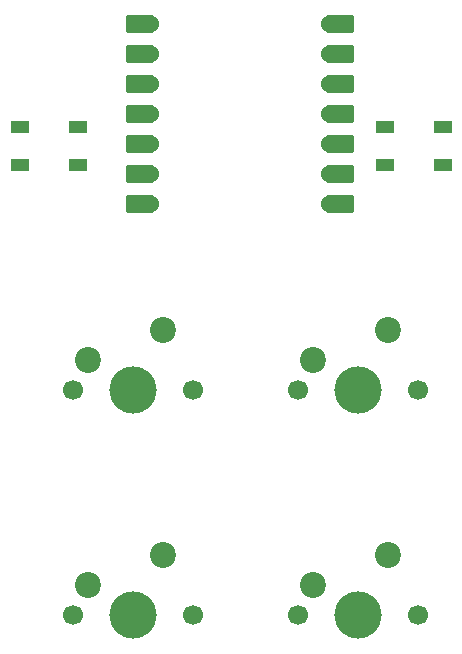
<source format=gbr>
%TF.GenerationSoftware,KiCad,Pcbnew,9.0.2*%
%TF.CreationDate,2025-06-25T23:30:19-04:00*%
%TF.ProjectId,_autosave-hack pad,5f617574-6f73-4617-9665-2d6861636b20,rev?*%
%TF.SameCoordinates,Original*%
%TF.FileFunction,Soldermask,Top*%
%TF.FilePolarity,Negative*%
%FSLAX46Y46*%
G04 Gerber Fmt 4.6, Leading zero omitted, Abs format (unit mm)*
G04 Created by KiCad (PCBNEW 9.0.2) date 2025-06-25 23:30:19*
%MOMM*%
%LPD*%
G01*
G04 APERTURE LIST*
G04 Aperture macros list*
%AMRoundRect*
0 Rectangle with rounded corners*
0 $1 Rounding radius*
0 $2 $3 $4 $5 $6 $7 $8 $9 X,Y pos of 4 corners*
0 Add a 4 corners polygon primitive as box body*
4,1,4,$2,$3,$4,$5,$6,$7,$8,$9,$2,$3,0*
0 Add four circle primitives for the rounded corners*
1,1,$1+$1,$2,$3*
1,1,$1+$1,$4,$5*
1,1,$1+$1,$6,$7*
1,1,$1+$1,$8,$9*
0 Add four rect primitives between the rounded corners*
20,1,$1+$1,$2,$3,$4,$5,0*
20,1,$1+$1,$4,$5,$6,$7,0*
20,1,$1+$1,$6,$7,$8,$9,0*
20,1,$1+$1,$8,$9,$2,$3,0*%
G04 Aperture macros list end*
%ADD10C,1.700000*%
%ADD11C,4.000000*%
%ADD12C,2.200000*%
%ADD13R,1.500000X1.000000*%
%ADD14RoundRect,0.152400X1.063600X0.609600X-1.063600X0.609600X-1.063600X-0.609600X1.063600X-0.609600X0*%
%ADD15C,1.524000*%
%ADD16RoundRect,0.152400X-1.063600X-0.609600X1.063600X-0.609600X1.063600X0.609600X-1.063600X0.609600X0*%
G04 APERTURE END LIST*
D10*
%TO.C,SW3*%
X140176250Y-123825000D03*
D11*
X145256250Y-123825000D03*
D10*
X150336250Y-123825000D03*
D12*
X147796250Y-118745000D03*
X141446250Y-121285000D03*
%TD*%
D10*
%TO.C,SW1*%
X140176250Y-104775000D03*
D11*
X145256250Y-104775000D03*
D10*
X150336250Y-104775000D03*
D12*
X147796250Y-99695000D03*
X141446250Y-102235000D03*
%TD*%
D10*
%TO.C,SW4*%
X159226250Y-123825000D03*
D11*
X164306250Y-123825000D03*
D10*
X169386250Y-123825000D03*
D12*
X166846250Y-118745000D03*
X160496250Y-121285000D03*
%TD*%
D13*
%TO.C,D2*%
X166550000Y-82525000D03*
X166550000Y-85725000D03*
X171450000Y-85725000D03*
X171450000Y-82525000D03*
%TD*%
D10*
%TO.C,SW2*%
X159226250Y-104775000D03*
D11*
X164306250Y-104775000D03*
D10*
X169386250Y-104775000D03*
D12*
X166846250Y-99695000D03*
X160496250Y-102235000D03*
%TD*%
D14*
%TO.C,U1*%
X145850000Y-73818750D03*
D15*
X146685000Y-73818750D03*
D14*
X145850000Y-76358750D03*
D15*
X146685000Y-76358750D03*
D14*
X145850000Y-78898750D03*
D15*
X146685000Y-78898750D03*
D14*
X145850000Y-81438750D03*
D15*
X146685000Y-81438750D03*
D14*
X145850000Y-83978750D03*
D15*
X146685000Y-83978750D03*
D14*
X145850000Y-86518750D03*
D15*
X146685000Y-86518750D03*
D14*
X145850000Y-89058750D03*
D15*
X146685000Y-89058750D03*
X161925000Y-89058750D03*
D16*
X162760000Y-89058750D03*
D15*
X161925000Y-86518750D03*
D16*
X162760000Y-86518750D03*
D15*
X161925000Y-83978750D03*
D16*
X162760000Y-83978750D03*
D15*
X161925000Y-81438750D03*
D16*
X162760000Y-81438750D03*
D15*
X161925000Y-78898750D03*
D16*
X162760000Y-78898750D03*
D15*
X161925000Y-76358750D03*
D16*
X162760000Y-76358750D03*
D15*
X161925000Y-73818750D03*
D16*
X162760000Y-73818750D03*
%TD*%
D13*
%TO.C,D1*%
X135662500Y-82525000D03*
X135662500Y-85725000D03*
X140562500Y-85725000D03*
X140562500Y-82525000D03*
%TD*%
M02*

</source>
